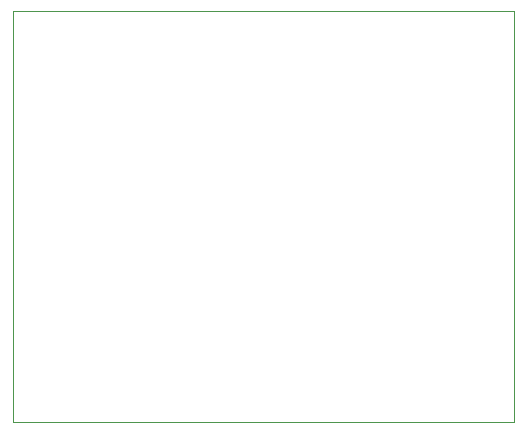
<source format=gbr>
%TF.GenerationSoftware,KiCad,Pcbnew,(6.0.1)*%
%TF.CreationDate,2022-02-23T01:52:36+01:00*%
%TF.ProjectId,stm32myPill,73746d33-326d-4795-9069-6c6c2e6b6963,rev?*%
%TF.SameCoordinates,Original*%
%TF.FileFunction,Profile,NP*%
%FSLAX46Y46*%
G04 Gerber Fmt 4.6, Leading zero omitted, Abs format (unit mm)*
G04 Created by KiCad (PCBNEW (6.0.1)) date 2022-02-23 01:52:36*
%MOMM*%
%LPD*%
G01*
G04 APERTURE LIST*
%TA.AperFunction,Profile*%
%ADD10C,0.100000*%
%TD*%
G04 APERTURE END LIST*
D10*
X121412000Y-93980000D02*
X121412000Y-97028000D01*
X121412000Y-97028000D02*
X121412000Y-97282000D01*
X78994000Y-62484000D02*
X121412000Y-62484000D01*
X78994000Y-97282000D02*
X78994000Y-62484000D01*
X121412000Y-97282000D02*
X78994000Y-97282000D01*
X121412000Y-62484000D02*
X121412000Y-93980000D01*
M02*

</source>
